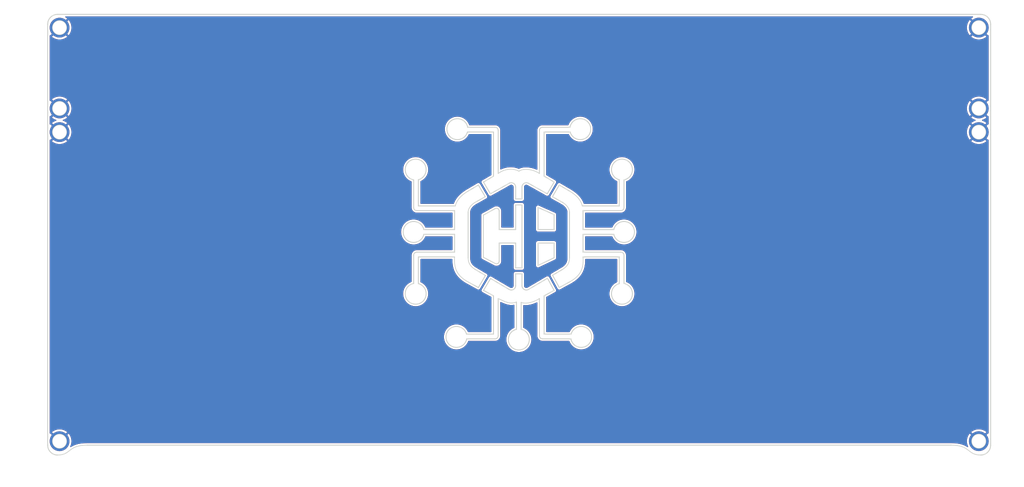
<source format=kicad_pcb>
(kicad_pcb (version 20211014) (generator pcbnew)
  (title_block (title "Static Plate") (date "2021-05-27") (rev "1.0") (company "0xCB") (comment 1 "Conor  Burns"))
  (layers (0 "F.Cu" signal) (31 "B.Cu" signal) (34 "B.Paste" user) (35 "F.Paste" user) (36 "B.SilkS" user "B.Silkscreen") (37 "F.SilkS" user "F.Silkscreen") (38 "B.Mask" user) (39 "F.Mask" user) (44 "Edge.Cuts" user))
  (net 0 "")
  (net 1 "GND")
  (footprint "MountingHole:MountingHole_2.5mm_Pad" (layer "F.Cu") (at 33.46 141.88)
    (fp_text reference "H4" hide)
    (fp_text value "MountingHole_Pad")
    (pad "1" thru_hole circle locked (at 0 0) (size 5 5) (drill 3.5) (layers *.Cu *.Mask) (net 1 "GND"))
  )
  (footprint "MountingHole:MountingHole_2.5mm_Pad" (layer "F.Cu") (at 266.06 37.22)
    (fp_text reference "H5" hide)
    (fp_text value "MountingHole_Pad")
    (pad "1" thru_hole circle locked (at 0 0) (size 5 5) (drill 3.5) (layers *.Cu *.Mask) (net 1 "GND"))
  )
  (footprint "MountingHole:MountingHole_2.5mm_Pad" (layer "F.Cu") (at 266.06 57.68)
    (fp_text reference "H6" hide)
    (fp_text value "MountingHole_Pad")
    (pad "1" thru_hole circle locked (at 0 0) (size 5 5) (drill 3.5) (layers *.Cu *.Mask) (net 1 "GND"))
  )
  (footprint "MountingHole:MountingHole_2.5mm_Pad" (layer "F.Cu") (at 266.06 141.87)
    (fp_text reference "H8" hide)
    (fp_text value "MountingHole_Pad")
    (pad "1" thru_hole circle locked (at 0 0) (size 5 5) (drill 3.5) (layers *.Cu *.Mask) (net 1 "GND"))
  )
  (footprint "MountingHole:MountingHole_2.5mm_Pad" (layer "F.Cu") (at 266.06 63.67)
    (fp_text reference "H7" hide)
    (fp_text value "MountingHole_Pad")
    (pad "1" thru_hole circle locked (at 0 0) (size 5 5) (drill 3.5) (layers *.Cu *.Mask) (net 1 "GND"))
  )
  (footprint "MountingHole:MountingHole_2.5mm_Pad" (layer "F.Cu") (at 33.46 37.23)
    (fp_text reference "H1" hide)
    (fp_text value "MountingHole_Pad")
    (pad "1" thru_hole circle locked (at 0 0) (size 5 5) (drill 3.5) (layers *.Cu *.Mask) (net 1 "GND"))
  )
  (footprint "MountingHole:MountingHole_2.5mm_Pad" (layer "F.Cu") (at 33.46 63.67)
    (fp_text reference "H3" hide)
    (fp_text value "MountingHole_Pad")
    (pad "1" thru_hole circle locked (at 0 0) (size 5 5) (drill 3.5) (layers *.Cu *.Mask) (net 1 "GND"))
  )
  (footprint "MountingHole:MountingHole_2.5mm_Pad" (layer "F.Cu") (at 33.46 57.68)
    (fp_text reference "H2" hide)
    (fp_text value "MountingHole_Pad")
    (pad "1" thru_hole circle locked (at 0 0) (size 5 5) (drill 3.5) (layers *.Cu *.Mask) (net 1 "GND"))
  )
  (gr_line (start 154.535212 97.395153) (end 158.606412 95.451796) (layer "Edge.Cuts") (width 0.25))
  (gr_curve (pts (xy 32.95875 145.375) (xy 36.45875 145.375) (xy 35.45875 142.875) (xy 40.45875 142.875)) (layer "Edge.Cuts") (width 0.2))
  (gr_line (start 165.922118 94.039603) (end 165.922118 89.532812) (layer "Edge.Cuts") (width 0.25))
  (gr_curve (pts (xy 162.429243 101.621985) (xy 165.215915 100.099734) (xy 166.155258 98.288143) (xy 165.922118 95.239603)) (layer "Edge.Cuts") (width 0.2))
  (gr_circle (center 266.058749 57.675001) (end 267.808749 57.675001) (layer "Edge.Cuts") (width 0.25) (fill none))
  (gr_line (start 150.473331 102.516478) (end 150.473331 99.516478) (layer "Edge.Cuts") (width 0.25))
  (gr_line (start 175.084401 75.715586) (end 175.084401 82.336604) (layer "Edge.Cuts") (width 0.25))
  (gr_curve (pts (xy 154.87676 74.124757) (xy 153.017258 72.915987) (xy 150.674873 72.815394) (xy 149.712052 73.562658)) (layer "Edge.Cuts") (width 0.2))
  (gr_line (start 144.466408 74.124757) (end 144.466408 63.237788) (layer "Edge.Cuts") (width 0.25))
  (gr_line (start 156.07676 63.637788) (end 162.667414 63.637788) (layer "Edge.Cuts") (width 0.25))
  (gr_arc (start 154.87676 63.237788) (mid 155.111075 62.672103) (end 155.67676 62.437788) (layer "Edge.Cuts") (width 0.25))
  (gr_curve (pts (xy 162.489107 95.451796) (xy 162.489107 96.466146) (xy 162.208312 97.528697) (xy 160.758515 98.382686)) (layer "Edge.Cuts") (width 0.2))
  (gr_arc (start 123.858767 83.536604) (mid 123.293082 83.302289) (end 123.058767 82.736604) (layer "Edge.Cuts") (width 0.25))
  (gr_curve (pts (xy 133.421051 95.239603) (xy 133.18791 98.288143) (xy 134.127253 100.099734) (xy 136.913926 101.621985)) (layer "Edge.Cuts") (width 0.2))
  (gr_line (start 133.421051 89.532812) (end 133.421051 94.039603) (layer "Edge.Cuts") (width 0.25))
  (gr_line (start 148.869838 82.07579) (end 148.869838 88.332812) (layer "Edge.Cuts") (width 0.25))
  (gr_arc (start 136.675754 63.637788) (mid 131.47806 62.796089) (end 136.731259 62.437788) (layer "Edge.Cuts") (width 0.25))
  (gr_line (start 123.058767 94.839603) (end 123.058767 101.961077) (layer "Edge.Cuts") (width 0.25))
  (gr_line (start 125.639949 89.532812) (end 133.421051 89.532812) (layer "Edge.Cuts") (width 0.25))
  (gr_line (start 144.712379 88.332812) (end 144.712379 83.637669) (layer "Edge.Cuts") (width 0.25))
  (gr_circle (center 266.058749 37.227001) (end 267.808749 37.227001) (layer "Edge.Cuts") (width 0.25) (fill none))
  (gr_line (start 162.900239 114.7784) (end 156.080913 114.7784) (layer "Edge.Cuts") (width 0.25))
  (gr_line (start 124.258767 102.000721) (end 124.258767 95.239603) (layer "Edge.Cuts") (width 0.25))
  (gr_line (start 156.07676 74.812791) (end 156.07676 63.637788) (layer "Edge.Cuts") (width 0.25))
  (gr_line (start 133.606616 82.336604) (end 124.258767 82.336604) (layer "Edge.Cuts") (width 0.25))
  (gr_line (start 156.080913 105.08983) (end 158.59688 103.715456) (layer "Edge.Cuts") (width 0.25))
  (gr_arc (start 148.869838 102.516478) (mid 148.315678 103.471496) (end 147.211549 103.464272) (layer "Edge.Cuts") (width 0.25))
  (gr_line (start 158.169395 80.016198) (end 160.758515 81.469244) (layer "Edge.Cuts") (width 0.25))
  (gr_line (start 141.173773 80.016198) (end 139.438553 77.05856) (layer "Edge.Cuts") (width 0.25))
  (gr_line (start 165.922118 88.332812) (end 165.922118 83.536604) (layer "Edge.Cuts") (width 0.25))
  (gr_arc (start 155.680913 115.9784) (mid 155.115228 115.744085) (end 154.880913 115.1784) (layer "Edge.Cuts") (width 0.25))
  (gr_circle (center 33.46 57.68) (end 35.21 57.68) (layer "Edge.Cuts") (width 0.25) (fill none))
  (gr_line (start 32.95875 33.875001) (end 266.558749 33.875001) (layer "Edge.Cuts") (width 0.25))
  (gr_line (start 150.473331 82.07579) (end 148.869838 82.07579) (layer "Edge.Cuts") (width 0.25))
  (gr_line (start 175.084401 82.336604) (end 165.736552 82.336604) (layer "Edge.Cuts") (width 0.25))
  (gr_arc (start 176.284401 101.961076) (mid 175.857128 107.209152) (end 175.084401 102.000721) (layer "Edge.Cuts") (width 0.25))
  (gr_arc (start 162.611909 62.437788) (mid 167.865108 62.796089) (end 162.667414 63.637788) (layer "Edge.Cuts") (width 0.25))
  (gr_arc (start 123.058767 75.755231) (mid 123.48604 70.507155) (end 124.258767 75.715586) (layer "Edge.Cuts") (width 0.25))
  (gr_arc (start 124.258767 102.000722) (mid 123.48604 107.209151) (end 123.058767 101.961077) (layer "Edge.Cuts") (width 0.25))
  (gr_line (start 142.482096 79.28195) (end 147.231488 76.61653) (layer "Edge.Cuts") (width 0.25))
  (gr_line (start 148.869838 88.332812) (end 144.712379 88.332812) (layer "Edge.Cuts") (width 0.25))
  (gr_line (start 136.854062 95.451796) (end 136.854062 83.912584) (layer "Edge.Cuts") (width 0.25))
  (gr_line (start 141.229424 99.940561) (end 138.584654 98.382686) (layer "Edge.Cuts") (width 0.25))
  (gr_line (start 154.535212 82.736604) (end 154.535212 88.332812) (layer "Edge.Cuts") (width 0.25))
  (gr_line (start 123.058767 75.755231) (end 123.058767 82.736604) (layer "Edge.Cuts") (width 0.25))
  (gr_curve (pts (xy 160.758515 81.469244) (xy 161.763055 82.033005) (xy 162.489107 83.000892) (xy 162.489107 83.912584)) (layer "Edge.Cuts") (width 0.2))
  (gr_line (start 136.913926 101.621985) (end 139.429548 102.996171) (layer "Edge.Cuts") (width 0.25))
  (gr_line (start 155.680913 115.9784) (end 162.848834 115.9784) (layer "Edge.Cuts") (width 0.25))
  (gr_curve (pts (xy 259.058749 142.875) (xy 264.058749 142.875) (xy 263.058749 145.375) (xy 266.558749 145.375)) (layer "Edge.Cuts") (width 0.2))
  (gr_arc (start 150.47333 77.575791) (mid 151.017535 76.626532) (end 152.11168 76.61653) (layer "Edge.Cuts") (width 0.25))
  (gr_arc (start 150.271584 113.561428) (mid 149.6892 118.7946) (end 149.071584 113.565469) (layer "Edge.Cuts") (width 0.25))
  (gr_line (start 133.421051 88.332812) (end 125.639949 88.332812) (layer "Edge.Cuts") (width 0.25))
  (gr_line (start 136.494334 115.9784) (end 143.662255 115.9784) (layer "Edge.Cuts") (width 0.25))
  (gr_line (start 142.521871 100.701864) (end 140.746634 103.715644) (layer "Edge.Cuts") (width 0.25))
  (gr_arc (start 266.558749 33.875001) (mid 268.326516 34.607234) (end 269.058749 36.375001) (layer "Edge.Cuts") (width 0.25))
  (gr_line (start 162.438697 78.545284) (end 159.904616 77.05856) (layer "Edge.Cuts") (width 0.25))
  (gr_line (start 143.262255 105.08983) (end 143.262255 114.7784) (layer "Edge.Cuts") (width 0.25))
  (gr_line (start 124.258767 82.336604) (end 124.258767 75.715586) (layer "Edge.Cuts") (width 0.25))
  (gr_line (start 149.071584 106.668965) (end 149.071584 113.565469) (layer "Edge.Cuts") (width 0.25))
  (gr_arc (start 143.666408 62.437788) (mid 144.232093 62.672103) (end 144.466408 63.237788) (layer "Edge.Cuts") (width 0.25))
  (gr_line (start 165.922118 83.536604) (end 175.484401 83.536604) (layer "Edge.Cuts") (width 0.25))
  (gr_line (start 156.861073 79.28195) (end 158.610842 76.299515) (layer "Edge.Cuts") (width 0.25))
  (gr_circle (center 266.06 63.67) (end 267.81 63.67) (layer "Edge.Cuts") (width 0.25) (fill none))
  (gr_line (start 143.266408 63.637788) (end 143.266408 74.812791) (layer "Edge.Cuts") (width 0.25))
  (gr_curve (pts (xy 136.904471 78.545284) (xy 135.101921 79.602825) (xy 133.972939 80.821175) (xy 133.606616 82.336604)) (layer "Edge.Cuts") (width 0.2))
  (gr_line (start 150.473331 80.57579) (end 150.473331 77.575791) (layer "Edge.Cuts") (width 0.25))
  (gr_line (start 176.284401 101.961077) (end 176.284401 94.839603) (layer "Edge.Cuts") (width 0.25))
  (gr_line (start 152.11168 76.61653) (end 156.861073 79.28195) (layer "Edge.Cuts") (width 0.25))
  (gr_line (start 136.675754 63.637788) (end 143.266408 63.637788) (layer "Edge.Cuts") (width 0.25))
  (gr_line (start 158.2123 99.882508) (end 159.913276 102.99636) (layer "Edge.Cuts") (width 0.25))
  (gr_line (start 140.732326 76.299515) (end 142.482096 79.28195) (layer "Edge.Cuts") (width 0.25))
  (gr_line (start 144.712379 91.732414) (end 148.869838 91.732414) (layer "Edge.Cuts") (width 0.25))
  (gr_arc (start 269.058749 142.875) (mid 268.326516 144.642767) (end 266.558749 145.375) (layer "Edge.Cuts") (width 0.25))
  (gr_line (start 148.869838 98.016478) (end 150.473331 98.016478) (layer "Edge.Cuts") (width 0.25))
  (gr_line (start 40.45875 142.875) (end 259.058749 142.875) (layer "Edge.Cuts") (width 0.25))
  (gr_line (start 150.271584 113.561428) (end 150.271584 106.752505) (layer "Edge.Cuts") (width 0.25))
  (gr_circle (center 266.058749 141.875) (end 267.808749 141.875) (layer "Edge.Cuts") (width 0.25) (fill none))
  (gr_line (start 176.284401 82.736604) (end 176.284401 75.755231) (layer "Edge.Cuts") (width 0.25))
  (gr_arc (start 123.058767 94.839603) (mid 123.293082 94.273918) (end 123.858767 94.039603) (layer "Edge.Cuts") (width 0.25))
  (gr_line (start 148.869838 99.516478) (end 148.869838 102.516478) (layer "Edge.Cuts") (width 0.25))
  (gr_line (start 154.535212 88.332812) (end 158.606412 88.332812) (layer "Edge.Cuts") (width 0.25))
  (gr_line (start 162.489107 83.912584) (end 162.489107 95.451796) (layer "Edge.Cuts") (width 0.25))
  (gr_curve (pts (xy 138.584654 98.382686) (xy 137.134857 97.528697) (xy 136.854062 96.466146) (xy 136.854062 95.451796)) (layer "Edge.Cuts") (width 0.2))
  (gr_line (start 124.258767 95.239603) (end 133.421051 95.239603) (layer "Edge.Cuts") (width 0.25))
  (gr_line (start 154.535212 91.732414) (end 154.535212 97.395153) (layer "Edge.Cuts") (width 0.25))
  (gr_curve (pts (xy 150.271584 106.752505) (xy 151.16662 107.144083) (xy 152.979068 106.99864) (xy 154.880913 105.781175)) (layer "Edge.Cuts") (width 0.2))
  (gr_line (start 154.880913 105.781175) (end 154.880913 115.1784) (layer "Edge.Cuts") (width 0.25))
  (gr_line (start 158.606412 88.332812) (end 158.606412 84.533178) (layer "Edge.Cuts") (width 0.25))
  (gr_curve (pts (xy 136.854062 83.912584) (xy 136.854062 83.000892) (xy 137.580114 82.033005) (xy 138.584654 81.469244)) (layer "Edge.Cuts") (width 0.2))
  (gr_line (start 133.421051 94.039603) (end 123.858767 94.039603) (layer "Edge.Cuts") (width 0.25))
  (gr_line (start 173.703219 88.332812) (end 165.922118 88.332812) (layer "Edge.Cuts") (width 0.25))
  (gr_line (start 158.610842 76.299515) (end 156.07676 74.812791) (layer "Edge.Cuts") (width 0.25))
  (gr_line (start 165.922118 89.532812) (end 173.703219 89.532812) (layer "Edge.Cuts") (width 0.25))
  (gr_line (start 158.606412 91.732414) (end 154.535212 91.732414) (layer "Edge.Cuts") (width 0.25))
  (gr_line (start 150.473331 99.516478) (end 148.869838 99.516478) (layer "Edge.Cuts") (width 0.25))
  (gr_line (start 154.87676 63.237788) (end 154.87676 74.124757) (layer "Edge.Cuts") (width 0.25))
  (gr_arc (start 176.284401 82.736604) (mid 176.050086 83.302289) (end 175.484401 83.536604) (layer "Edge.Cuts") (width 0.25))
  (gr_line (start 148.869838 77.575791) (end 148.869838 80.57579) (layer "Edge.Cuts") (width 0.25))
  (gr_line (start 140.746634 103.715644) (end 143.262255 105.08983) (layer "Edge.Cuts") (width 0.25))
  (gr_line (start 148.869838 91.732414) (end 148.869838 98.016478) (layer "Edge.Cuts") (width 0.25))
  (gr_line (start 138.584654 81.469244) (end 141.173773 80.016198) (layer "Edge.Cuts") (width 0.25))
  (gr_line (start 147.211549 103.464272) (end 142.521871 100.701864) (layer "Edge.Cuts") (width 0.25))
  (gr_line (start 139.438553 77.05856) (end 136.904471 78.545284) (layer "Edge.Cuts") (width 0.25))
  (gr_curve (pts (xy 144.462255 105.781175) (xy 146.411742 106.668965) (xy 147.362718 107.26715) (xy 149.071584 106.668965)) (layer "Edge.Cuts") (width 0.2))
  (gr_line (start 158.606412 84.533178) (end 154.535212 82.736604) (layer "Edge.Cuts") (width 0.25))
  (gr_line (start 143.666408 62.437788) (end 136.731259 62.437788) (layer "Edge.Cuts") (width 0.25))
  (gr_line (start 123.858767 83.536604) (end 133.421051 83.536604) (layer "Edge.Cuts") (width 0.25))
  (gr_line (start 143.262255 114.7784) (end 136.44293 114.7784) (layer "Edge.Cuts") (width 0.25))
  (gr_circle (center 33.46 37.23) (end 35.21 37.23) (layer "Edge.Cuts") (width 0.25) (fill none))
  (gr_line (start 160.758515 98.382686) (end 158.2123 99.882508) (layer "Edge.Cuts") (width 0.25))
  (gr_line (start 156.080913 114.7784) (end 156.080913 105.08983) (layer "Edge.Cuts") (width 0.25))
  (gr_line (start 158.606412 95.451796) (end 158.606412 91.732414) (layer "Edge.Cuts") (width 0.25))
  (gr_line (start 159.904616 77.05856) (end 158.169395 80.016198) (layer "Edge.Cuts") (width 0.25))
  (gr_line (start 148.869838 80.57579) (end 150.473331 80.57579) (layer "Edge.Cuts") (width 0.25))
  (gr_line (start 143.266408 74.812791) (end 140.732326 76.299515) (layer "Edge.Cuts") (width 0.25))
  (gr_line (start 133.421051 83.536604) (end 133.421051 88.332812) (layer "Edge.Cuts") (width 0.25))
  (gr_circle (center 33.46 141.88) (end 35.21 141.88) (layer "Edge.Cuts") (width 0.25) (fill none))
  (gr_line (start 139.429548 102.996171) (end 141.229424 99.940561) (layer "Edge.Cuts") (width 0.25))
  (gr_line (start 269.058749 36.375001) (end 269.058749 142.875) (layer "Edge.Cuts") (width 0.25))
  (gr_arc (start 175.484401 94.039603) (mid 176.050086 94.273918) (end 176.284401 94.839603) (layer "Edge.Cuts") (width 0.25))
  (gr_line (start 144.462255 115.1784) (end 144.462255 105.781175) (layer "Edge.Cuts") (width 0.25))
  (gr_line (start 175.084401 95.239603) (end 175.084401 102.000721) (layer "Edge.Cuts") (width 0.25))
  (gr_arc (start 144.462255 115.1784) (mid 144.22794 115.744085) (end 143.662255 115.9784) (layer "Edge.Cuts") (width 0.25))
  (gr_arc (start 30.45875 36.375001) (mid 31.190983 34.607234) (end 32.95875 33.875001) (layer "Edge.Cuts") (width 0.25))
  (gr_line (start 165.922118 95.239603) (end 175.084401 95.239603) (layer "Edge.Cuts") (width 0.25))
  (gr_line (start 30.45875 142.875) (end 30.45875 36.375001) (layer "Edge.Cuts") (width 0.25))
  (gr_arc (start 32.95875 145.375) (mid 31.190983 144.642767) (end 30.45875 142.875) (layer "Edge.Cuts") (width 0.25))
  (gr_line (start 143.673885 83.024952) (end 140.688529 84.674205) (layer "Edge.Cuts") (width 0.25))
  (gr_circle (center 33.46 63.67) (end 35.21 63.67) (layer "Edge.Cuts") (width 0.25) (fill none))
  (gr_line (start 162.611909 62.437788) (end 155.67676 62.437788) (layer "Edge.Cuts") (width 0.25))
  (gr_line (start 175.484401 94.039603) (end 165.922118 94.039603) (layer "Edge.Cuts") (width 0.25))
  (gr_arc (start 173.703219 88.332812) (mid 178.934401 88.932812) (end 173.703219 89.532812) (layer "Edge.Cuts") (width 0.25))
  (gr_arc (start 175.084401 75.715586) (mid 175.857128 70.507155) (end 176.284401 75.755231) (layer "Edge.Cuts") (width 0.25))
  (gr_arc (start 136.494334 115.9784) (mid 131.242371 115.602277) (end 136.44293 114.7784) (layer "Edge.Cuts") (width 0.25))
  (gr_arc (start 125.639949 89.532812) (mid 120.408767 88.932812) (end 125.639949 88.332812) (layer "Edge.Cuts") (width 0.25))
  (gr_arc (start 144.712379 96.291783) (mid 144.374505 96.890836) (end 143.687051 96.911591) (layer "Edge.Cuts") (width 0.25))
  (gr_line (start 159.913276 102.99636) (end 162.429243 101.621985) (layer "Edge.Cuts") (width 0.25))
  (gr_curve (pts (xy 149.712052 73.562658) (xy 148.174412 72.729171) (xy 146.061955 72.930357) (xy 144.466408 74.124757)) (layer "Edge.Cuts") (width 0.2))
  (gr_line (start 140.688529 84.674205) (end 140.688529 95.337711) (layer "Edge.Cuts") (width 0.25))
  (gr_line (start 156.919177 100.644209) (end 152.13162 103.464272) (layer "Edge.Cuts") (width 0.25))
  (gr_arc (start 152.13162 103.464272) (mid 151.027491 103.471496) (end 150.473331 102.516478) (layer "Edge.Cuts") (width 0.25))
  (gr_line (start 150.473331 98.016478) (end 150.473331 82.07579) (layer "Edge.Cuts") (width 0.25))
  (gr_line (start 144.712379 96.291783) (end 144.712379 91.732414) (layer "Edge.Cuts") (width 0.25))
  (gr_line (start 158.59688 103.715456) (end 156.919177 100.644209) (layer "Edge.Cuts") (width 0.25))
  (gr_curve (pts (xy 165.736552 82.336604) (xy 165.37023 80.821175) (xy 164.241248 79.602825) (xy 162.438697 78.545284)) (layer "Edge.Cuts") (width 0.2))
  (gr_arc (start 162.900238 114.7784) (mid 168.100799 115.602277) (end 162.848834 115.9784) (layer "Edge.Cuts") (width 0.25))
  (gr_arc (start 143.673885 83.024952) (mid 144.368086 83.034782) (end 144.712379 83.637669) (layer "Edge.Cuts") (width 0.25))
  (gr_line (start 140.688529 95.337711) (end 143.687051 96.911591) (layer "Edge.Cuts") (width 0.25))
  (gr_arc (start 147.231489 76.616531) (mid 148.325633 76.626533) (end 148.869838 77.575791) (layer "Edge.Cuts") (width 0.25))
  (zone (net 1) (net_name "GND") (layer "F.Cu") (connect_pads (clearance 0.508)) (min_thickness 0.254) (fill yes (thermal_gap 0.508) (thermal_bridge_width 0.508))
    (polygon (pts (xy 273.43 153.46) (xy 23.89 153.46) (xy 24.5 31.25) (xy 273 32.25)))
  )
  (zone (net 1) (net_name "GND") (layer "B.Cu") (connect_pads (clearance 0.508)) (min_thickness 0.254) (fill yes (thermal_gap 0.508) (thermal_bridge_width 0.508))
    (polygon (pts (xy 277.523183 30.707115) (xy 277.25 152.75) (xy 18.393183 153.25) (xy 18.643183 30.297115) (xy 18.643183 30.307115) (xy 18.653183 30.237115)))
  )
)
</source>
